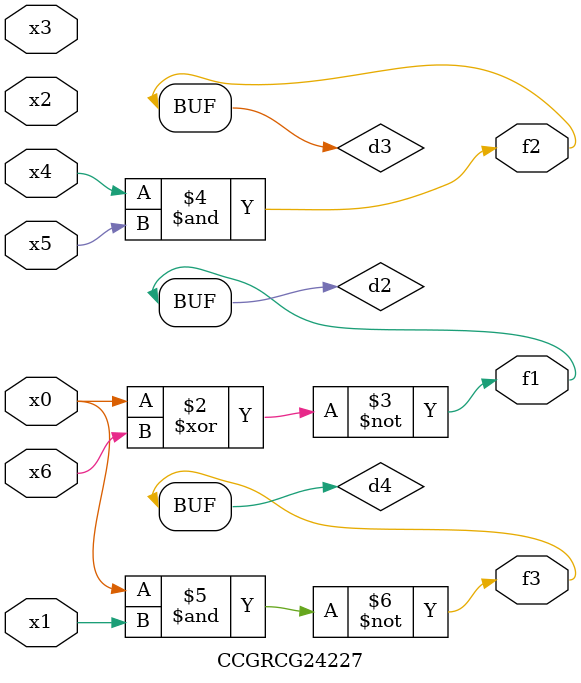
<source format=v>
module CCGRCG24227(
	input x0, x1, x2, x3, x4, x5, x6,
	output f1, f2, f3
);

	wire d1, d2, d3, d4;

	nor (d1, x0);
	xnor (d2, x0, x6);
	and (d3, x4, x5);
	nand (d4, x0, x1);
	assign f1 = d2;
	assign f2 = d3;
	assign f3 = d4;
endmodule

</source>
